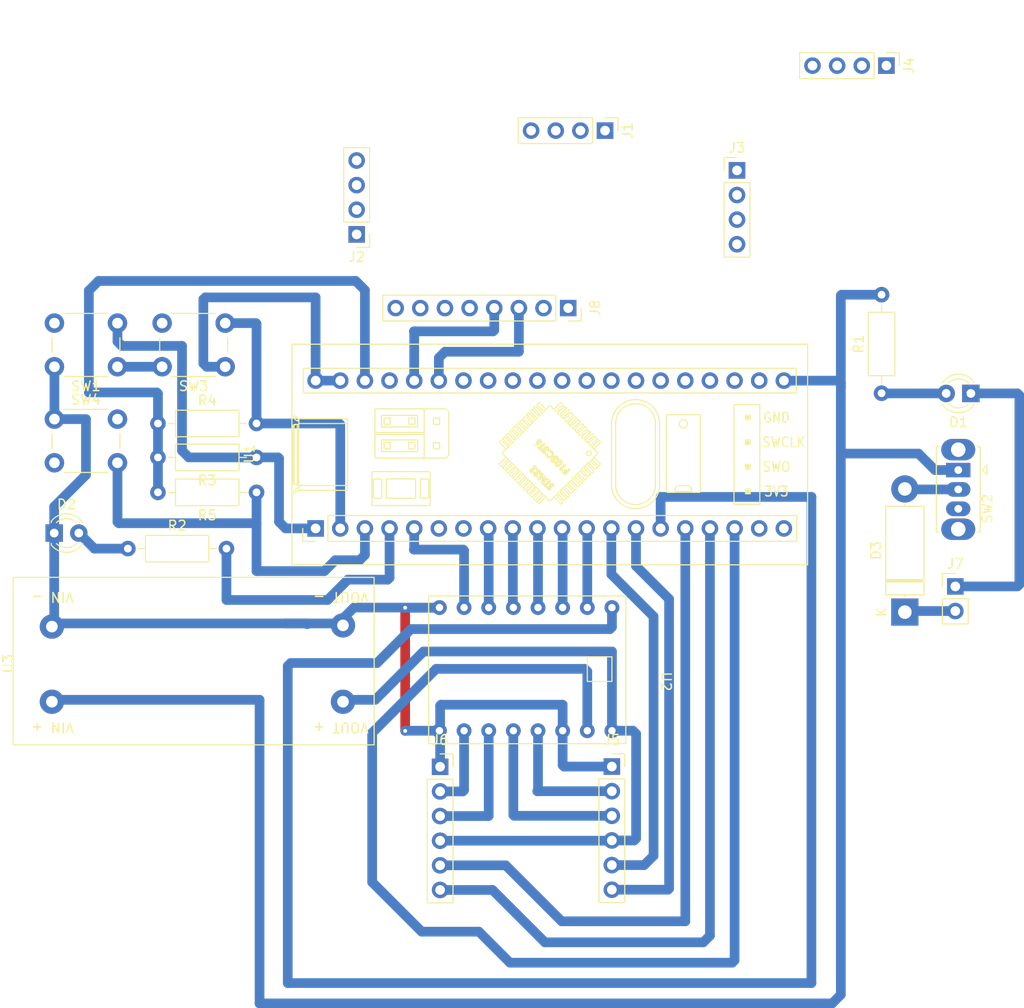
<source format=kicad_pcb>
(kicad_pcb (version 20211014) (generator pcbnew)
  (layers (0 "F.Cu" signal) (31 "B.Cu" signal) (34 "B.Paste" user) (35 "F.Paste" user) (36 "B.SilkS" user "B.Silkscreen") (37 "F.SilkS" user "F.Silkscreen") (38 "B.Mask" user) (39 "F.Mask" user) (44 "Edge.Cuts" user))
  (net 0 "")
  (net 1 "GND")
  (net 2 "/BTN1")
  (net 3 "/BTN2")
  (net 4 "/3.3v")
  (net 5 "/BTN3")
  (net 7 "/Led")
  (net 8 "/SDA")
  (net 9 "/PWMA")
  (net 10 "/SCL")
  (net 15 "/AIN2")
  (net 17 "/AIN1")
  (net 19 "/STBY")
  (net 21 "/BIN1")
  (net 23 "/BIN2")
  (net 24 "/CNY70")
  (net 25 "/MA1")
  (net 26 "/SHARP_I")
  (net 27 "/MA2")
  (net 28 "/SHARP_C")
  (net 29 "/MB1")
  (net 30 "/SHARP_D")
  (net 31 "/MB2")
  (net 34 "/5v")
  (net 36 "/VIn")
  (net 37 "Net-(D1-Pad2)")
  (net 38 "Net-(D2-Pad2)")
  (net 39 "Net-(D3-Pad1)")
  (net 40 "Net-(D3-Pad2)")
  (net 45 "/AO1")
  (net 46 "/AO2")
  (net 47 "/VOut")
  (net 48 "/BO1")
  (net 49 "/BO2")
  (net 55 "/PWMB")
  (footprint "Resistor_THT:R_Axial_DIN0207_L6.3mm_D2.5mm_P10.16mm_Horizontal" (layer "F.Cu") (at 88.18 103.7 180)
    (fp_text reference "R5" (at 5.08 -2.37) (layer "F.SilkS"))
    (fp_text value "R")
    (pad "1" thru_hole circle (at 0 0 180) (size 1.6 1.6) (drill 0.8) (layers *.Cu *.Mask) (net 5 "/BTN3"))
    (pad "2" thru_hole oval (at 10.16 0 180) (size 1.6 1.6) (drill 0.8) (layers *.Cu *.Mask) (net 4 "/3.3v"))
  )
  (footprint "Connector_PinHeader_2.54mm:PinHeader_1x04_P2.54mm_Vertical" (layer "F.Cu") (at 137.7 70.5)
    (fp_text reference "J3" (at 0 -2.33) (layer "F.SilkS"))
    (fp_text value "Conn_01x04_Male")
    (pad "1" thru_hole rect (at 0 0) (size 1.7 1.7) (drill 1) (layers *.Cu *.Mask) (net 4 "/3.3v"))
    (pad "2" thru_hole oval (at 0 2.54) (size 1.7 1.7) (drill 1) (layers *.Cu *.Mask))
    (pad "3" thru_hole oval (at 0 5.08) (size 1.7 1.7) (drill 1) (layers *.Cu *.Mask) (net 1 "GND"))
    (pad "4" thru_hole oval (at 0 7.62) (size 1.7 1.7) (drill 1) (layers *.Cu *.Mask) (net 30 "/SHARP_D"))
  )
  (footprint "Connector_PinHeader_2.54mm:PinHeader_1x04_P2.54mm_Vertical" (layer "F.Cu") (at 98.5 77.1 180)
    (fp_text reference "J2" (at 0 -2.33) (layer "F.SilkS"))
    (fp_text value "Conn_01x04_Male")
    (pad "1" thru_hole rect (at 0 0 180) (size 1.7 1.7) (drill 1) (layers *.Cu *.Mask) (net 4 "/3.3v"))
    (pad "2" thru_hole oval (at 0 2.54 180) (size 1.7 1.7) (drill 1) (layers *.Cu *.Mask))
    (pad "3" thru_hole oval (at 0 5.08 180) (size 1.7 1.7) (drill 1) (layers *.Cu *.Mask) (net 1 "GND"))
    (pad "4" thru_hole oval (at 0 7.62 180) (size 1.7 1.7) (drill 1) (layers *.Cu *.Mask) (net 26 "/SHARP_I"))
  )
  (footprint "Button_Switch_THT:SW_PUSH_6mm" (layer "F.Cu") (at 67.35 96.15)
    (fp_text reference "SW4" (at 3.25 -2) (layer "F.SilkS"))
    (fp_text value "SW_Push")
    (pad "1" thru_hole circle (at 0 0 90) (size 2 2) (drill 1.1) (layers *.Cu *.Mask) (net 1 "GND"))
    (pad "1" thru_hole circle (at 6.5 0 90) (size 2 2) (drill 1.1) (layers *.Cu *.Mask) (net 1 "GND"))
    (pad "2" thru_hole circle (at 6.5 4.5 90) (size 2 2) (drill 1.1) (layers *.Cu *.Mask) (net 5 "/BTN3"))
    (pad "2" thru_hole circle (at 0 4.5 90) (size 2 2) (drill 1.1) (layers *.Cu *.Mask) (net 5 "/BTN3"))
  )
  (footprint "Resistor_THT:R_Axial_DIN0207_L6.3mm_D2.5mm_P10.16mm_Horizontal" (layer "F.Cu") (at 152.6 93.48 90)
    (fp_text reference "R1" (at 5.08 -2.37 90) (layer "F.SilkS"))
    (fp_text value "R")
    (pad "1" thru_hole circle (at 0 0 90) (size 1.6 1.6) (drill 0.8) (layers *.Cu *.Mask) (net 37 "Net-(D1-Pad2)"))
    (pad "2" thru_hole oval (at 10.16 0 90) (size 1.6 1.6) (drill 0.8) (layers *.Cu *.Mask) (net 36 "/VIn"))
  )
  (footprint "Resistor_THT:R_Axial_DIN0207_L6.3mm_D2.5mm_P10.16mm_Horizontal" (layer "F.Cu") (at 74.92 109.5)
    (fp_text reference "R2" (at 5.08 -2.37) (layer "F.SilkS"))
    (fp_text value "R")
    (pad "1" thru_hole circle (at 0 0) (size 1.6 1.6) (drill 0.8) (layers *.Cu *.Mask) (net 38 "Net-(D2-Pad2)"))
    (pad "2" thru_hole oval (at 10.16 0) (size 1.6 1.6) (drill 0.8) (layers *.Cu *.Mask) (net 7 "/Led"))
  )
  (footprint "Button_Switch_THT:SW_PUSH_6mm" (layer "F.Cu") (at 73.85 90.75 180)
    (fp_text reference "SW1" (at 3.25 -2) (layer "F.SilkS"))
    (fp_text value "SW_Push")
    (pad "1" thru_hole circle (at 6.5 0 270) (size 2 2) (drill 1.1) (layers *.Cu *.Mask) (net 1 "GND"))
    (pad "1" thru_hole circle (at 0 0 270) (size 2 2) (drill 1.1) (layers *.Cu *.Mask) (net 1 "GND"))
    (pad "2" thru_hole circle (at 6.5 4.5 270) (size 2 2) (drill 1.1) (layers *.Cu *.Mask) (net 2 "/BTN1"))
    (pad "2" thru_hole circle (at 0 4.5 270) (size 2 2) (drill 1.1) (layers *.Cu *.Mask) (net 2 "/BTN1"))
  )
  (footprint "Diode_THT:D_5W_P12.70mm_Horizontal" (layer "F.Cu") (at 155 116.05 90)
    (fp_text reference "D3" (at 6.35 -2.97 90) (layer "F.SilkS"))
    (fp_text value "DIODE")
    (fp_text user "K" (at 0 -2.4 90) (layer "F.SilkS"))
    (pad "1" thru_hole rect (at 0 0 90) (size 2.8 2.8) (drill 1.4) (layers *.Cu *.Mask) (net 39 "Net-(D3-Pad1)"))
    (pad "2" thru_hole oval (at 12.7 0 90) (size 2.8 2.8) (drill 1.4) (layers *.Cu *.Mask) (net 40 "Net-(D3-Pad2)"))
  )
  (footprint "Connector_PinHeader_2.54mm:PinHeader_1x04_P2.54mm_Vertical" (layer "F.Cu") (at 153.1 59.7 -90)
    (fp_text reference "J4" (at 0 -2.33 90) (layer "F.SilkS"))
    (fp_text value "Conn_01x04_Male")
    (pad "1" thru_hole rect (at 0 0 270) (size 1.7 1.7) (drill 1) (layers *.Cu *.Mask) (net 4 "/3.3v"))
    (pad "2" thru_hole oval (at 0 2.54 270) (size 1.7 1.7) (drill 1) (layers *.Cu *.Mask))
    (pad "3" thru_hole oval (at 0 5.08 270) (size 1.7 1.7) (drill 1) (layers *.Cu *.Mask) (net 1 "GND"))
    (pad "4" thru_hole oval (at 0 7.62 270) (size 1.7 1.7) (drill 1) (layers *.Cu *.Mask) (net 24 "/CNY70"))
  )
  (footprint "Resistor_THT:R_Axial_DIN0207_L6.3mm_D2.5mm_P10.16mm_Horizontal" (layer "F.Cu") (at 88.18 100.1 180)
    (fp_text reference "R3" (at 5.08 -2.37) (layer "F.SilkS"))
    (fp_text value "R")
    (pad "1" thru_hole circle (at 0 0 180) (size 1.6 1.6) (drill 0.8) (layers *.Cu *.Mask) (net 2 "/BTN1"))
    (pad "2" thru_hole oval (at 10.16 0 180) (size 1.6 1.6) (drill 0.8) (layers *.Cu *.Mask) (net 4 "/3.3v"))
  )
  (footprint "LED_THT:LED_D3.0mm" (layer "F.Cu") (at 161.8 93.5 180)
    (fp_text reference "D1" (at 1.27 -2.96) (layer "F.SilkS"))
    (fp_text value "LED")
    (pad "1" thru_hole rect (at 0 0 180) (size 1.8 1.8) (drill 0.9) (layers *.Cu *.Mask) (net 1 "GND"))
    (pad "2" thru_hole circle (at 2.54 0 180) (size 1.8 1.8) (drill 0.9) (layers *.Cu *.Mask) (net 37 "Net-(D1-Pad2)"))
  )
  (footprint "LED_THT:LED_D3.0mm" (layer "F.Cu") (at 67.325 107.9)
    (fp_text reference "D2" (at 1.27 -2.96) (layer "F.SilkS"))
    (fp_text value "LED")
    (pad "1" thru_hole rect (at 0 0) (size 1.8 1.8) (drill 0.9) (layers *.Cu *.Mask) (net 1 "GND"))
    (pad "2" thru_hole circle (at 2.54 0) (size 1.8 1.8) (drill 0.9) (layers *.Cu *.Mask) (net 38 "Net-(D2-Pad2)"))
  )
  (footprint "Connector_PinSocket_2.54mm:PinSocket_1x06_P2.54mm_Vertical" (layer "F.Cu") (at 124.8 131.975)
    (fp_text reference "J5" (at 0 -2.77) (layer "F.SilkS"))
    (fp_text value "Conn_01x06_Female")
    (pad "1" thru_hole rect (at 0 0) (size 1.7 1.7) (drill 1) (layers *.Cu *.Mask) (net 1 "GND"))
    (pad "2" thru_hole oval (at 0 2.54) (size 1.7 1.7) (drill 1) (layers *.Cu *.Mask) (net 45 "/AO1"))
    (pad "3" thru_hole oval (at 0 5.08) (size 1.7 1.7) (drill 1) (layers *.Cu *.Mask) (net 46 "/AO2"))
    (pad "4" thru_hole oval (at 0 7.62) (size 1.7 1.7) (drill 1) (layers *.Cu *.Mask) (net 47 "/VOut"))
    (pad "5" thru_hole oval (at 0 10.16) (size 1.7 1.7) (drill 1) (layers *.Cu *.Mask) (net 25 "/MA1"))
    (pad "6" thru_hole oval (at 0 12.7) (size 1.7 1.7) (drill 1) (layers *.Cu *.Mask) (net 27 "/MA2"))
  )
  (footprint "Resistor_THT:R_Axial_DIN0207_L6.3mm_D2.5mm_P10.16mm_Horizontal" (layer "F.Cu") (at 78.02 96.6)
    (fp_text reference "R4" (at 5.08 -2.37) (layer "F.SilkS"))
    (fp_text value "R")
    (pad "1" thru_hole circle (at 0 0) (size 1.6 1.6) (drill 0.8) (layers *.Cu *.Mask) (net 4 "/3.3v"))
    (pad "2" thru_hole oval (at 10.16 0) (size 1.6 1.6) (drill 0.8) (layers *.Cu *.Mask) (net 3 "/BTN2"))
  )
  (footprint "Button_Switch_THT:SW_PUSH_6mm" (layer "F.Cu") (at 84.95 90.75 180)
    (fp_text reference "SW3" (at 3.25 -2) (layer "F.SilkS"))
    (fp_text value "SW_Push")
    (pad "1" thru_hole circle (at 0 0 270) (size 2 2) (drill 1.1) (layers *.Cu *.Mask) (net 1 "GND"))
    (pad "1" thru_hole circle (at 6.5 0 270) (size 2 2) (drill 1.1) (layers *.Cu *.Mask) (net 1 "GND"))
    (pad "2" thru_hole circle (at 6.5 4.5 270) (size 2 2) (drill 1.1) (layers *.Cu *.Mask) (net 3 "/BTN2"))
    (pad "2" thru_hole circle (at 0 4.5 270) (size 2 2) (drill 1.1) (layers *.Cu *.Mask) (net 3 "/BTN2"))
  )
  (footprint "Connector_PinHeader_2.54mm:PinHeader_1x04_P2.54mm_Vertical" (layer "F.Cu") (at 124.1 66.4 -90)
    (fp_text reference "J1" (at 0 -2.33 90) (layer "F.SilkS"))
    (fp_text value "Conn_01x04_Male")
    (pad "1" thru_hole rect (at 0 0 270) (size 1.7 1.7) (drill 1) (layers *.Cu *.Mask) (net 4 "/3.3v"))
    (pad "2" thru_hole oval (at 0 2.54 270) (size 1.7 1.7) (drill 1) (layers *.Cu *.Mask))
    (pad "3" thru_hole oval (at 0 5.08 270) (size 1.7 1.7) (drill 1) (layers *.Cu *.Mask) (net 1 "GND"))
    (pad "4" thru_hole oval (at 0 7.62 270) (size 1.7 1.7) (drill 1) (layers *.Cu *.Mask) (net 28 "/SHARP_C"))
  )
  (footprint "Footprints:YAAJ_BluePill_1" (layer "F.Cu") (at 94.27 107.42 90)
    (fp_text reference "U1" (at 7.72 -6.81 90) (layer "F.SilkS"))
    (fp_text value "YAAJ_BluePill_Part_Like_SWD_Breakout" hide)
    (fp_text user "SWCLK" (at 8.89 48.26 unlocked) (layer "F.SilkS") (effects (font (size 1 0.9))))
    (fp_text user "SWO" (at 6.35 47.498 unlocked) (layer "F.SilkS") (effects (font (size 1 0.9))))
    (fp_text user "GND" (at 11.43 47.498 unlocked) (layer "F.SilkS") (effects (font (size 1 0.9))))
    (fp_text user "3V3" (at 3.81 47.498 unlocked) (layer "F.SilkS") (effects (font (size 1 0.9))))
    (pad "1" thru_hole rect locked (at 0 0 90) (size 1.7 1.7) (drill 1) (layers *.Cu *.Mask) (net 2 "/BTN1"))
    (pad "2" thru_hole circle locked (at 0 2.54 90) (size 1.7 1.7) (drill 1) (layers *.Cu *.Mask) (net 3 "/BTN2"))
    (pad "3" thru_hole circle locked (at 0 5.08 90) (size 1.7 1.7) (drill 1) (layers *.Cu *.Mask) (net 5 "/BTN3"))
    (pad "4" thru_hole circle locked (at 0 7.62 90) (size 1.7 1.7) (drill 1) (layers *.Cu *.Mask) (net 7 "/Led"))
    (pad "5" thru_hole circle locked (at 0 10.16 90) (size 1.7 1.7) (drill 1) (layers *.Cu *.Mask) (net 55 "/PWMB"))
    (pad "6" thru_hole circle locked (at 0 12.7 90) (size 1.7 1.7) (drill 1) (layers *.Cu *.Mask))
    (pad "7" thru_hole circle locked (at 0 15.24 90) (size 1.7 1.7) (drill 1) (layers *.Cu *.Mask))
    (pad "8" thru_hole circle locked (at 0 17.78 90) (size 1.7 1.7) (drill 1) (layers *.Cu *.Mask) (net 23 "/BIN2"))
    (pad "9" thru_hole circle locked (at 0 20.32 90) (size 1.7 1.7) (drill 1) (layers *.Cu *.Mask) (net 21 "/BIN1"))
    (pad "10" thru_hole circle locked (at 0 22.86 90) (size 1.7 1.7) (drill 1) (layers *.Cu *.Mask) (net 19 "/STBY"))
    (pad "11" thru_hole circle locked (at 0 25.4 90) (size 1.7 1.7) (drill 1) (layers *.Cu *.Mask) (net 17 "/AIN1"))
    (pad "12" thru_hole circle locked (at 0 27.94 90) (size 1.7 1.7) (drill 1) (layers *.Cu *.Mask) (net 15 "/AIN2"))
    (pad "13" thru_hole circle locked (at 0 30.48 90) (size 1.7 1.7) (drill 1) (layers *.Cu *.Mask) (net 25 "/MA1"))
    (pad "14" thru_hole circle locked (at 0 33.02 90) (size 1.7 1.7) (drill 1) (layers *.Cu *.Mask) (net 27 "/MA2"))
    (pad "15" thru_hole circle locked (at 0 35.56 90) (size 1.7 1.7) (drill 1) (layers *.Cu *.Mask) (net 9 "/PWMA"))
    (pad "16" thru_hole circle locked (at 0 38.1 90) (size 1.7 1.7) (drill 1) (layers *.Cu *.Mask) (net 29 "/MB1"))
    (pad "17" thru_hole circle locked (at 0 40.64 90) (size 1.7 1.7) (drill 1) (layers *.Cu *.Mask) (net 31 "/MB2"))
    (pad "18" thru_hole circle locked (at 0 43.18 90) (size 1.7 1.7) (drill 1) (layers *.Cu *.Mask) (net 34 "/5v"))
    (pad "19" thru_hole circle locked (at 0 45.72 90) (size 1.7 1.7) (drill 1) (layers *.Cu *.Mask) (net 1 "GND"))
    (pad "20" thru_hole circle locked (at 0 48.26 90) (size 1.7 1.7) (drill 1) (layers *.Cu *.Mask) (net 4 "/3.3v"))
    (pad "21" thru_hole circle locked (at 15.24 48.26 90) (size 1.7 1.7) (drill 1) (layers *.Cu *.Mask) (net 36 "/VIn"))
    (pad "22" thru_hole circle locked (at 15.24 45.72 90) (size 1.7 1.7) (drill 1) (layers *.Cu *.Mask))
    (pad "23" thru_hole circle locked (at 15.24 43.18 90) (size 1.7 1.7) (drill 1) (layers *.Cu *.Mask))
    (pad "24" thru_hole circle locked (at 15.24 40.64 90) (size 1.7 1.7) (drill 1) (layers *.Cu *.Mask))
    (pad "25" thru_hole circle locked (at 15.24 38.1 90) (size 1.7 1.7) (drill 1) (layers *.Cu *.Mask) (net 30 "/SHARP_D"))
    (pad "26" thru_hole circle locked (at 15.24 35.56 90) (size 1.7 1.7) (drill 1) (layers *.Cu *.Mask) (net 28 "/SHARP_C"))
    (pad "27" thru_hole circle locked (at 15.24 33.02 90) (size 1.7 1.7) (drill 1) (layers *.Cu *.Mask) (net 26 "/SHARP_I"))
    (pad "28" thru_hole circle locked (at 15.24 30.48 90) (size 1.7 1.7) (drill 1) (layers *.Cu *.Mask) (net 24 "/CNY70"))
    (pad "29" thru_hole circle locked (at 15.24 27.94 90) (size 1.7 1.7) (drill 1) (layers *.Cu *.Mask))
    (pad "30" thru_hole circle locked (at 15.24 25.4 90) (size 1.7 1.7) (drill 1) (layers *.Cu *.Mask))
    (pad "31" thru_hole circle locked (at 15.24 22.86 90) (size 1.7 1.7) (drill 1) (layers *.Cu *.Mask))
    (pad "32" thru_hole circle locked (at 15.24 20.32 90) (size 1.7 1.7) (drill 1) (layers *.Cu *.Mask))
    (pad "33" thru_hole circle locked (at 15.24 17.78 90) (size 1.7 1.7) (drill 1) (layers *.Cu *.Mask))
    (pad "34" thru_hole circle locked (at 15.24 15.24 90) (size 1.7 1.7) (drill 1) (layers *.Cu *.Mask))
    (pad "35" thru_hole circle locked (at 15.24 12.7 90) (size 1.7 1.7) (drill 1) (layers *.Cu *.Mask) (net 10 "/SCL"))
    (pad "36" thru_hole circle locked (at 15.24 10.16 90) (size 1.7 1.7) (drill 1) (layers *.Cu *.Mask) (net 8 "/SDA"))
    (pad "37" thru_hole circle locked (at 15.24 7.62 90) (size 1.7 1.7) (drill 1) (layers *.Cu *.Mask))
    (pad "38" thru_hole circle locked (at 15.24 5.08 90) (size 1.7 1.7) (drill 1) (layers *.Cu *.Mask) (net 4 "/3.3v"))
    (pad "39" thru_hole circle locked (at 15.24 2.54 90) (size 1.7 1.7) (drill 1) (layers *.Cu *.Mask) (net 1 "GND"))
    (pad "40" thru_hole circle locked (at 15.24 0 90) (size 1.7 1.7) (drill 1) (layers *.Cu *.Mask) (net 1 "GND"))
  )
  (footprint "Connector_PinSocket_2.54mm:PinSocket_1x06_P2.54mm_Vertical" (layer "F.Cu") (at 107.1 132)
    (fp_text reference "J6" (at 0 -2.77) (layer "F.SilkS"))
    (fp_text value "Conn_01x06_Female")
    (pad "1" thru_hole rect (at 0 0) (size 1.7 1.7) (drill 1) (layers *.Cu *.Mask) (net 1 "GND"))
    (pad "2" thru_hole oval (at 0 2.54) (size 1.7 1.7) (drill 1) (layers *.Cu *.Mask) (net 48 "/BO1"))
    (pad "3" thru_hole oval (at 0 5.08) (size 1.7 1.7) (drill 1) (layers *.Cu *.Mask) (net 49 "/BO2"))
    (pad "4" thru_hole oval (at 0 7.62) (size 1.7 1.7) (drill 1) (layers *.Cu *.Mask) (net 47 "/VOut"))
    (pad "5" thru_hole oval (at 0 10.16) (size 1.7 1.7) (drill 1) (layers *.Cu *.Mask) (net 29 "/MB1"))
    (pad "6" thru_hole oval (at 0 12.7) (size 1.7 1.7) (drill 1) (layers *.Cu *.Mask) (net 31 "/MB2"))
  )
  (footprint "propios:MT3608" (layer "F.Cu") (at 63.0895 121.354 90)
    (fp_text reference "U3" (at 0 -0.5 90 unlocked) (layer "F.SilkS"))
    (fp_text value "Mt3608")
    (fp_text user "VIN +" (at -6.604 4.064 180 unlocked) (layer "F.SilkS"))
    (fp_text user "VOUT +" (at -6.604 33.782 180 unlocked) (layer "F.SilkS"))
    (fp_text user "VOUT -" (at 6.858 33.782 180 unlocked) (layer "F.SilkS"))
    (fp_text user "VIN -" (at 6.858 4.064 180 unlocked) (layer "F.SilkS"))
    (pad "1" thru_hole circle (at -3.937085 4 90) (size 2.5 2.5) (drill 1.2) (layers *.Cu *.Mask) (net 36 "/VIn"))
    (pad "2" thru_hole circle (at -3.937085 34 90) (size 2.5 2.5) (drill 1.2) (layers *.Cu *.Mask) (net 47 "/VOut"))
    (pad "3" thru_hole circle (at 3.81 4 90) (size 2.5 2.5) (drill 1.2) (layers *.Cu *.Mask) (net 1 "GND"))
    (pad "4" thru_hole circle (at 3.937085 34 90) (size 2.5 2.5) (drill 1.2) (layers *.Cu *.Mask) (net 1 "GND"))
  )
  (footprint "Connector_PinSocket_2.54mm:PinSocket_1x08_P2.54mm_Vertical" (layer "F.Cu") (at 120.3 84.7 -90)
    (fp_text reference "J8" (at 0 -2.77 90) (layer "F.SilkS"))
    (fp_text value "Conn_01x08_Female")
    (pad "1" thru_hole rect (at 0 0 270) (size 1.7 1.7) (drill 1) (layers *.Cu *.Mask) (net 4 "/3.3v"))
    (pad "2" thru_hole oval (at 0 2.54 270) (size 1.7 1.7) (drill 1) (layers *.Cu *.Mask) (net 1 "GND"))
    (pad "3" thru_hole oval (at 0 5.08 270) (size 1.7 1.7) (drill 1) (layers *.Cu *.Mask) (net 10 "/SCL"))
    (pad "4" thru_hole oval (at 0 7.62 270) (size 1.7 1.7) (drill 1) (layers *.Cu *.Mask) (net 8 "/SDA"))
    (pad "5" thru_hole oval (at 0 10.16 270) (size 1.7 1.7) (drill 1) (layers *.Cu *.Mask))
    (pad "6" thru_hole oval (at 0 12.7 270) (size 1.7 1.7) (drill 1) (layers *.Cu *.Mask))
    (pad "7" thru_hole oval (at 0 15.24 270) (size 1.7 1.7) (drill 1) (layers *.Cu *.Mask))
    (pad "8" thru_hole oval (at 0 17.78 270) (size 1.7 1.7) (drill 1) (layers *.Cu *.Mask))
  )
  (footprint "Button_Switch_THT:SW_Slide_1P2T_CK_OS102011MS2Q" (layer "F.Cu") (at 160.5025 101.4 -90)
    (fp_text reference "SW2" (at 3.99 -2.99 90) (layer "F.SilkS"))
    (fp_text value "SW_DPDT_x2")
    (pad "" thru_hole oval (at -2.1 0 270) (size 2.2 3.5) (drill 1.5) (layers *.Cu *.Mask))
    (pad "" thru_hole oval (at 6.1 0 270) (size 2.2 3.5) (drill 1.5) (layers *.Cu *.Mask))
    (pad "1" thru_hole rect (at 0 0 270) (size 1.5 2.5) (drill 0.8) (layers *.Cu *.Mask) (net 36 "/VIn"))
    (pad "2" thru_hole oval (at 2 0 270) (size 1.5 2.5) (drill 0.8) (layers *.Cu *.Mask) (net 40 "Net-(D3-Pad2)"))
    (pad "3" thru_hole oval (at 4 0 270) (size 1.5 2.5) (drill 0.8) (layers *.Cu *.Mask))
  )
  (footprint "Connector_PinHeader_2.54mm:PinHeader_1x02_P2.54mm_Vertical" (layer "F.Cu") (at 160.2 113.4)
    (fp_text reference "J7" (at 0 -2.33) (layer "F.SilkS"))
    (fp_text value "Conn_01x02_Male")
    (pad "1" thru_hole rect (at 0 0) (size 1.7 1.7) (drill 1) (layers *.Cu *.Mask) (net 1 "GND"))
    (pad "2" thru_hole oval (at 0 2.54) (size 1.7 1.7) (drill 1) (layers *.Cu *.Mask) (net 39 "Net-(D3-Pad1)"))
  )
  (footprint "propios:tb6612fng" (layer "F.Cu") (at 129.89 123.2 -90)
    (fp_text reference "U2" (at 0 -0.5 -90 unlocked) (layer "F.SilkS"))
    (fp_text value "tb6612fng")
    (pad "1" thru_hole circle (at -7.62 5.08 270) (size 1.524 1.524) (drill 0.762) (layers *.Cu *.Mask) (net 9 "/PWMA"))
    (pad "2" thru_hole circle (at -7.62 7.62 270) (size 1.524 1.524) (drill 0.762) (layers *.Cu *.Mask) (net 15 "/AIN2"))
    (pad "3" thru_hole circle (at -7.62 10.16 270) (size 1.524 1.524) (drill 0.762) (layers *.Cu *.Mask) (net 17 "/AIN1"))
    (pad "4" thru_hole circle (at -7.62 12.7 270) (size 1.524 1.524) (drill 0.762) (layers *.Cu *.Mask) (net 19 "/STBY"))
    (pad "5" thru_hole circle (at -7.62 15.24 270) (size 1.524 1.524) (drill 0.762) (layers *.Cu *.Mask) (net 21 "/BIN1"))
    (pad "6" thru_hole circle (at -7.62 17.78 270) (size 1.524 1.524) (drill 0.762) (layers *.Cu *.Mask) (net 23 "/BIN2"))
    (pad "7" thru_hole circle (at -7.62 20.32 270) (size 1.524 1.524) (drill 0.762) (layers *.Cu *.Mask) (net 55 "/PWMB"))
    (pad "8" thru_hole circle (at -7.62 22.86 270) (size 1.524 1.524) (drill 0.762) (layers *.Cu *.Mask) (net 1 "GND"))
    (pad "9" thru_hole circle (at 5.08 22.86 270) (size 1.524 1.524) (drill 0.762) (layers *.Cu *.Mask) (net 1 "GND"))
    (pad "10" thru_hole circle (at 5.08 20.32 270) (size 1.524 1.524) (drill 0.762) (layers *.Cu *.Mask) (net 48 "/BO1"))
    (pad "11" thru_hole circle (at 5.08 17.78 270) (size 1.524 1.524) (drill 0.762) (layers *.Cu *.Mask) (net 49 "/BO2"))
    (pad "12" thru_hole circle (at 5.08 15.24 270) (size 1.524 1.524) (drill 0.762) (layers *.Cu *.Mask) (net 46 "/AO2"))
    (pad "13" thru_hole circle (at 5.08 12.7 270) (size 1.524 1.524) (drill 0.762) (layers *.Cu *.Mask) (net 45 "/AO1"))
    (pad "14" thru_hole circle (at 5.08 10.16 270) (size 1.524 1.524) (drill 0.762) (layers *.Cu *.Mask) (net 1 "GND"))
    (pad "15" thru_hole circle (at 5.08 7.62 270) (size 1.524 1.524) (drill 0.762) (layers *.Cu *.Mask) (net 34 "/5v"))
    (pad "16" thru_hole circle (at 5.08 5.08 270) (size 1.524 1.524) (drill 0.762) (layers *.Cu *.Mask) (net 47 "/VOut"))
  )
  (segment (start 103.5 128.3) (end 103.5 115.6) (width 1) (layer "F.Cu") (net 1))
  (via (at 103.5 128.3) (size 0.8) (drill 0.4) (layers "F.Cu" "B.Cu") (net 1))
  (via (at 103.5 115.6) (size 0.8) (drill 0.4) (layers "F.Cu" "B.Cu") (net 1))
  (segment (start 107.03 128.28) (end 103.52 128.28) (width 1) (layer "B.Cu") (net 1))
  (segment (start 70.6 101.9) (end 70.6 96.15) (width 1) (layer "B.Cu") (net 1))
  (segment (start 91.116915 117.216915) (end 93.316915 117.216915) (width 1) (layer "B.Cu") (net 1))
  (segment (start 67.325 107.9) (end 67.325 105.175) (width 1) (layer "B.Cu") (net 1))
  (segment (start 94.27 83.6) (end 94.27 92.18) (width 1) (layer "B.Cu") (net 1))
  (segment (start 73.85 90.75) (end 78.45 90.75) (width 1) (layer "B.Cu") (net 1))
  (segment (start 103.5 115.6) (end 107.01 115.6) (width 1) (layer "B.Cu") (net 1))
  (segment (start 67.325 117.3085) (end 67.0895 117.544) (width 1) (layer "B.Cu") (net 1))
  (segment (start 124.8 131.975) (end 119.875 131.975) (width 1) (layer "B.Cu") (net 1))
  (segment (start 70.6 96.15) (end 67.35 96.15) (width 1) (layer "B.Cu") (net 1))
  (segment (start 166.8 93.7) (end 166.6 93.5) (width 1) (layer "B.Cu") (net 1))
  (segment (start 166.6 113.4) (end 166.8 113.2) (width 1) (layer "B.Cu") (net 1))
  (segment (start 97.0895 117.216915) (end 91.116915 117.216915) (width 1) (layer "B.Cu") (net 1))
  (segment (start 97.0895 116.7105) (end 98.22 115.58) (width 1) (layer "B.Cu") (net 1))
  (segment (start 84.95 90.75) (end 83.05 90.75) (width 1) (layer "B.Cu") (net 1))
  (segment (start 83.05 90.75) (end 82.7 90.4) (width 1) (layer "B.Cu") (net 1))
  (segment (start 166.8 113.2) (end 166.8 93.7) (width 1) (layer "B.Cu") (net 1))
  (segment (start 119.73 131.83) (end 119.73 125.6) (width 1) (layer "B.Cu") (net 1))
  (segment (start 67.216585 117.216915) (end 67.0895 117.344) (width 1) (layer "B.Cu") (net 1))
  (segment (start 97.0895 117.216915) (end 97.0895 116.7105) (width 1) (layer "B.Cu") (net 1))
  (segment (start 119.73 125.6) (end 107.2 125.6) (width 1) (layer "B.Cu") (net 1))
  (segment (start 119.875 131.975) (end 119.73 131.83) (width 1) (layer "B.Cu") (net 1))
  (segment (start 67.35 96.15) (end 67.35 90.75) (width 1) (layer "B.Cu") (net 1))
  (segment (start 107.1 125.7) (end 107.1 132) (width 1) (layer "B.Cu") (net 1))
  (segment (start 103.52 128.28) (end 103.5 128.3) (width 1) (layer "B.Cu") (net 1))
  (segment (start 160.2 113.4) (end 166.6 113.4) (width 1) (layer "B.Cu") (net 1))
  (segment (start 91.116915 117.216915) (end 67.216585 117.216915) (width 1) (layer "B.Cu") (net 1))
  (segment (start 82.7 90.4) (end 82.7 83.8) (width 1) (layer "B.Cu") (net 1))
  (segment (start 67.325 107.9) (end 67.325 117.3085) (width 1) (layer "B.Cu") (net 1))
  (segment (start 107.01 115.6) (end 107.03 115.58) (width 1) (layer "B.Cu") (net 1))
  (segment (start 82.9 83.6) (end 94.27 83.6) (width 1) (layer "B.Cu") (net 1))
  (segment (start 93.316915 117.216915) (end 93.4 117.3) (width 1) (layer "B.Cu") (net 1))
  (segment (start 98.22 115.58) (end 107.03 115.58) (width 1) (layer "B.Cu") (net 1))
  (segment (start 67.325 105.175) (end 70.6 101.9) (width 1) (layer "B.Cu") (net 1))
  (segment (start 166.6 93.5) (end 161.8 93.5) (width 1) (layer "B.Cu") (net 1))
  (segment (start 107.2 125.6) (end 107.1 125.7) (width 1) (layer "B.Cu") (net 1))
  (segment (start 82.7 83.8) (end 82.9 83.6) (width 1) (layer "B.Cu") (net 1))
  (segment (start 96.81 92.18) (end 94.27 92.18) (width 1) (layer "B.Cu") (net 1))
  (segment (start 91.18 107.42) (end 90.5 106.74) (width 1) (layer "B.Cu") (net 2))
  (segment (start 80.5 99.4) (end 80.5 88.6) (width 1) (layer "B.Cu") (net 2))
  (segment (start 90.5 100.2) (end 90.4 100.1) (width 1) (layer "B.Cu") (net 2))
  (segment (start 73.85 88.15) (end 73.85 86.25) (width 1) (layer "B.Cu") (net 2))
  (segment (start 90.4 100.1) (end 88.18 100.1) (width 1) (layer "B.Cu") (net 2))
  (segment (start 74.3 88.6) (end 73.85 88.15) (width 1) (layer "B.Cu") (net 2))
  (segment (start 80.5 88.6) (end 74.3 88.6) (width 1) (layer "B.Cu") (net 2))
  (segment (start 94.27 107.42) (end 91.18 107.42) (width 1) (layer "B.Cu") (net 2))
  (segment (start 88.18 100.1) (end 81.2 100.1) (width 1) (layer "B.Cu") (net 2))
  (segment (start 81.2 100.1) (end 80.5 99.4) (width 1) (layer "B.Cu") (net 2))
  (segment (start 90.5 106.74) (end 90.5 100.2) (width 1) (layer "B.Cu") (net 2))
  (segment (start 88.18 86.32) (end 88.11 86.25) (width 1) (layer "B.Cu") (net 3))
  (segment (start 88.11 86.25) (end 84.95 86.25) (width 1) (layer "B.Cu") (net 3))
  (segment (start 96.81 96.71) (end 96.7 96.6) (width 1) (layer "B.Cu") (net 3))
  (segment (start 96.81 107.42) (end 96.81 96.71) (width 1) (layer "B.Cu") (net 3))
  (segment (start 88.18 96.6) (end 88.18 86.32) (width 1) (layer "B.Cu") (net 3))
  (segment (start 96.7 96.6) (end 88.18 96.6) (width 1) (layer "B.Cu") (net 3))
  (segment (start 70.9 93.4) (end 70.9 82.9) (width 1) (layer "B.Cu") (net 4))
  (segment (start 71.9 81.9) (end 98.4 81.9) (width 1) (layer "B.Cu") (net 4))
  (segment (start 78.02 103.7) (end 78.02 96.6) (width 1) (layer "B.Cu") (net 4))
  (segment (start 78.02 93.52) (end 77.9 93.4) (width 1) (layer "B.Cu") (net 4))
  (segment (start 78.02 96.6) (end 78.02 93.52) (width 1) (layer "B.Cu") (net 4))
  (segment (start 98.4 81.9) (end 99.35 82.85) (width 1) (layer "B.Cu") (net 4))
  (segment (start 99.35 82.85) (end 99.35 92.18) (width 1) (layer "B.Cu") (net 4))
  (segment (start 77.9 93.4) (end 70.9 93.4) (width 1) (layer "B.Cu") (net 4))
  (segment (start 70.9 82.9) (end 71.9 81.9) (width 1) (layer "B.Cu") (net 4))
  (segment (start 95.18 111.82) (end 96.3 110.7) (width 1) (layer "B.Cu") (net 5))
  (segment (start 99.35 110.15) (end 98.8 110.7) (width 1) (layer "B.Cu") (net 5))
  (segment (start 73.98 106.88) (end 88.18 106.88) (width 1) (layer "B.Cu") (net 5))
  (segment (start 99.35 107.42) (end 99.35 110.15) (width 1) (layer "B.Cu") (net 5))
  (segment (start 73.85 100.65) (end 73.85 106.75) (width 1) (layer "B.Cu") (net 5))
  (segment (start 88.18 106.88) (end 88.18 111.82) (width 1) (layer "B.Cu") (net 5))
  (segment (start 98.8 110.7) (end 96.3 110.7) (width 1) (layer "B.Cu") (net 5))
  (segment (start 88.18 111.82) (end 95.18 111.82) (width 1) (layer "B.Cu") (net 5))
  (segment (start 88.18 103.7) (end 88.18 106.88) (width 1) (layer "B.Cu") (net 5))
  (segment (start 73.85 106.75) (end 73.98 106.88) (width 1) (layer "B.Cu") (net 5))
  (segment (start 95.5 114.8) (end 97.6 112.7) (width 1) (layer "B.Cu") (net 7))
  (segment (start 101.7 112.7) (end 101.89 112.51) (width 1) (layer "B.Cu") (net 7))
  (segment (start 85.1 114.8) (end 95.5 114.8) (width 1) (layer "B.Cu") (net 7))
  (segment (start 85.08 109.5) (end 85.08 114.78) (width 1) (layer "B.Cu") (net 7))
  (segment (start 97.6 112.7) (end 101.7 112.7) (width 1) (layer "B.Cu") (net 7))
  (segment (start 101.89 112.51) (end 101.89 107.42) (width 1) (layer "B.Cu") (net 7))
  (segment (start 85.08 114.78) (end 85.1 114.8) (width 1) (layer "B.Cu") (net 7))
  (segment (start 112.68 84.7) (end 112.68 86.98) (width 1) (layer "B.Cu") (net 8))
  (segment (start 112.56 87.1) (end 104.4 87.1) (width 1) (layer "B.Cu") (net 8))
  (segment (start 104.43 92.18) (end 104.43 87.13) (width 1) (layer "B.Cu") (net 8))
  (segment (start 112.68 86.98) (end 112.56 87.1) (width 1) (layer "B.Cu") (net 8))
  (segment (start 104.43 87.13) (end 104.4 87.1) (width 1) (layer "B.Cu") (net 8))
  (segment (start 91.4 121.6) (end 91.7 121.3) (width 1) (layer "B.Cu") (net 9))
  (segment (start 100.6 121.3) (end 104.1 117.8) (width 1) (layer "B.Cu") (net 9))
  (segment (start 129.83 104.17) (end 145.37 104.17) (width 1) (layer "B.Cu") (net 9))
  (segment (start 124.6 117.8) (end 124.81 117.59) (width 1) (layer "B.Cu") (net 9))
  (segment (start 91.7 121.3) (end 100.6 121.3) (width 1) (layer "B.Cu") (net 9))
  (segment (start 145.37 154.3) (end 91.4 154.3) (width 1) (layer "B.Cu") (net 9))
  (segment (start 91.4 154.3) (end 91.4 121.6) (width 1) (layer "B.Cu") (net 9))
  (segment (start 145.37 104.17) (end 145.37 154.3) (width 1) (layer "B.Cu") (net 9))
  (segment (start 129.83 107.42) (end 129.83 104.17) (width 1) (layer "B.Cu") (net 9))
  (segment (start 124.81 117.59) (end 124.81 115.58) (width 1) (layer "B.Cu") (net 9))
  (segment (start 104.1 117.8) (end 124.6 117.8) (width 1) (layer "B.Cu") (net 9))
  (segment (start 106.97 92.18) (end 106.97 89.83) (width 1) (layer "B.Cu") (net 10))
  (segment (start 115.22 89.18) (end 115.2 89.2) (width 1) (layer "B.Cu") (net 10))
  (segment (start 115.22 84.7) (end 115.22 89.18) (width 1) (layer "B.Cu") (net 10))
  (segment (start 107.6 89.2) (end 115.2 89.2) (width 1) (layer "B.Cu") (net 10))
  (segment (start 106.97 89.83) (end 107.6 89.2) (width 1) (layer "B.Cu") (net 10))
  (segment (start 122.27 115.58) (end 122.27 107.48) (width 1) (layer "B.Cu") (net 15))
  (segment (start 122.27 107.48) (end 122.21 107.42) (width 1) (layer "B.Cu") (net 15))
  (segment (start 119.73 107.48) (end 119.67 107.42) (width 1) (layer "B.Cu") (net 17))
  (segment (start 119.73 115.58) (end 119.73 107.48) (width 1) (layer "B.Cu") (net 17))
  (segment (start 117.19 115.58) (end 117.19 107.48) (width 1) (layer "B.Cu") (net 19))
  (segment (start 117.19 107.48) (end 117.13 107.42) (width 1) (layer "B.Cu") (net 19))
  (segment (start 114.6 107.43) (end 114.6 115.53) (width 1) (layer "B.Cu") (net 21))
  (segment (start 114.59 107.42) (end 114.6 107.43) (width 1) (layer "B.Cu") (net 21))
  (segment (start 114.6 115.53) (end 114.65 115.58) (width 1) (layer "B.Cu") (net 21))
  (segment (start 112.11 107.48) (end 112.05 107.42) (width 1) (layer "B.Cu") (net 23))
  (segment (start 112.11 115.58) (end 112.11 107.48) (width 1) (layer "B.Cu") (net 23))
  (segment (start 129.1 141.17) (end 129.1 116.5) (width 1) (layer "B.Cu") (net 25))
  (segment (start 128.135 142.135) (end 129.1 141.17) (width 1) (layer "B.Cu") (net 25))
  (segment (start 129.1 116.5) (end 124.75 112.15) (width 1) (layer "B.Cu") (net 25))
  (segment (start 124.8 142.135) (end 128.135 142.135) (width 1) (layer "B.Cu") (net 25))
  (segment (start 124.75 112.15) (end 124.75 107.42) (width 1) (layer "B.Cu") (net 25))
  (segment (start 130.575 144.675) (end 130.7 144.55) (width 1) (layer "B.Cu") (net 27))
  (segment (start 130.7 114.7) (end 127.29 111.29) (width 1) (layer "B.Cu") (net 27))
  (segment (start 127.29 111.29) (end 127.29 107.42) (width 1) (layer "B.Cu") (net 27))
  (segment (start 124.8 144.675) (end 130.575 144.675) (width 1) (layer "B.Cu") (net 27))
  (segment (start 130.7 144.55) (end 130.7 114.7) (width 1) (layer "B.Cu") (net 27))
  (segment (start 132.37 147.93) (end 119.63 147.93) (width 1) (layer "B.Cu") (net 29))
  (segment (start 119.63 147.93) (end 113.86 142.16) (width 1) (layer "B.Cu") (net 29))
  (segment (start 132.37 107.42) (end 132.37 147.93) (width 1) (layer "B.Cu") (net 29))
  (segment (start 113.86 142.16) (end 107.1 142.16) (width 1) (layer "B.Cu") (net 29))
  (segment (start 117.9 150.1) (end 112.5 144.7) (width 1) (layer "B.Cu") (net 31))
  (segment (start 134.22 150.1) (end 117.9 150.1) (width 1) (layer "B.Cu") (net 31))
  (segment (start 134.91 149.41) (end 134.22 150.1) (width 1) (layer "B.Cu") (net 31))
  (segment (start 134.91 107.42) (end 134.91 149.41) (width 1) (layer "B.Cu") (net 31))
  (segment (start 112.5 144.7) (end 107.1 144.7) (width 1) (layer "B.Cu") (net 31))
  (segment (start 100.1 128.5) (end 106.7 121.9) (width 1) (layer "B.Cu") (net 34))
  (segment (start 122.27 122.17) (end 122.27 128.28) (width 1) (layer "B.Cu") (net 34))
  (segment (start 137.2 152.2) (end 114.3 152.2) (width 1) (layer "B.Cu") (net 34))
  (segment (start 106.7 121.9) (end 122 121.9) (width 1) (layer "B.Cu") (net 34))
  (segment (start 137.45 107.42) (end 137.45 151.95) (width 1) (layer "B.Cu") (net 34))
  (segment (start 105.2 149) (end 100.1 143.9) (width 1) (layer "B.Cu") (net 34))
  (segment (start 122 121.9) (end 122.27 122.17) (width 1) (layer "B.Cu") (net 34))
  (segment (start 111.1 149) (end 105.2 149) (width 1) (layer "B.Cu") (net 34))
  (segment (start 100.1 143.9) (end 100.1 128.5) (width 1) (layer "B.Cu") (net 34))
  (segment (start 137.45 151.95) (end 137.2 152.2) (width 1) (layer "B.Cu") (net 34))
  (segment (start 114.3 152.2) (end 111.1 149) (width 1) (layer "B.Cu") (net 34))
  (segment (start 148.18 92.18) (end 142.53 92.18) (width 1) (layer "B.Cu") (net 36))
  (segment (start 148.4 92.9) (end 148.4 92.4) (width 1) (layer "B.Cu") (net 36))
  (segment (start 158.1 101.4) (end 156.4 99.7) (width 1) (layer "B.Cu") (net 36))
  (segment (start 147.5 156.4) (end 148.4 155.5) (width 1) (layer "B.Cu") (net 36))
  (segment (start 156.4 99.7) (end 148.4 99.7) (width 1) (layer "B.Cu") (net 36))
  (segment (start 148.4 83.4) (end 148.48 83.32) (width 1) (layer "B.Cu") (net 36))
  (segment (start 88.491085 156.4) (end 147.5 156.4) (width 1) (layer "B.Cu") (net 36))
  (segment (start 148.4 155.5) (end 148.4 99.7) (width 1) (layer "B.Cu") (net 36))
  (segment (start 148.4 92.4) (end 148.18 92.18) (width 1) (layer "B.Cu") (net 36))
  (segment (start 88.491085 125.091085) (end 88.491085 156.4) (width 1) (layer "B.Cu") (net 36))
  (segment (start 67.0895 125.091085) (end 88.491085 125.091085) (width 1) (layer "B.Cu") (net 36))
  (segment (start 160.5025 101.4) (end 158.1 101.4) (width 1) (layer "B.Cu") (net 36))
  (segment (start 148.48 83.32) (end 152.6 83.32) (width 1) (layer "B.Cu") (net 36))
  (segment (start 148.4 99.7) (end 148.4 92.9) (width 1) (layer "B.Cu") (net 36))
  (segment (start 148.4 92.9) (end 148.4 83.4) (width 1) (layer "B.Cu") (net 36))
  (segment (start 152.62 93.5) (end 152.6 93.48) (width 1) (layer "B.Cu") (net 37))
  (segment (start 159.26 93.5) (end 152.62 93.5) (width 1) (layer "B.Cu") (net 37))
  (segment (start 71.465 109.5) (end 69.865 107.9) (width 1) (layer "B.Cu") (net 38))
  (segment (start 74.92 109.5) (end 71.465 109.5) (width 1) (layer "B.Cu") (net 38))
  (segment (start 155.11 115.94) (end 155 116.05) (width 1) (layer "B.Cu") (net 39))
  (segment (start 160.2 115.94) (end 155.11 115.94) (width 1) (layer "B.Cu") (net 39))
  (segment (start 155.05 103.4) (end 155 103.35) (width 1) (layer "B.Cu") (net 40))
  (segment (start 160.5025 103.4) (end 155.05 103.4) (width 1) (layer "B.Cu") (net 40))
  (segment (start 117.19 134.44) (end 117.19 128.28) (width 1) (layer "B.Cu") (net 45))
  (segment (start 117.115 134.515) (end 117.19 134.44) (width 1) (layer "B.Cu") (net 45))
  (segment (start 124.8 134.515) (end 117.115 134.515) (width 1) (layer "B.Cu") (net 45))
  (segment (start 114.65 136.96) (end 114.65 128.28) (width 1) (layer "B.Cu") (net 46))
  (segment (start 124.8 137.055) (end 114.745 137.055) (width 1) (layer "B.Cu") (net 46))
  (segment (start 114.745 137.055) (end 114.65 136.96) (width 1) (layer "B.Cu") (net 46))
  (segment (start 124.775 139.62) (end 124.8 139.595) (width 1) (layer "B.Cu") (net 47))
  (segment (start 127.3 128.6) (end 126.98 128.28) (width 1) (layer "B.Cu") (net 47))
  (segment (start 97.0895 125.091085) (end 100.408915 125.091085) (width 1) (layer "B.Cu") (net 47))
  (segment (start 126.98 128.28) (end 124.81 128.28) (width 1) (layer "B.Cu") (net 47))
  (segment (start 124.8 139.595) (end 127.095 139.595) (width 1) (layer "B.Cu") (net 47))
  (segment (start 124.81 120.11) (end 124.81 128.28) (width 1) (layer "B.Cu") (net 47))
  (segment (start 127.3 139.39) (end 127.3 128.6) (width 1) (layer "B.Cu") (net 47))
  (segment (start 105.39 120.11) (end 124.81 120.11) (width 1) (layer "B.Cu") (net 47))
  (segment (start 107.1 139.62) (end 124.775 139.62) (width 1) (layer "B.Cu") (net 47))
  (segment (start 127.095 139.595) (end 127.3 139.39) (width 1) (layer "B.Cu") (net 47))
  (segment (start 100.408915 125.091085) (end 105.39 120.11) (width 1) (layer "B.Cu") (net 47))
  (segment (start 107.1 134.54) (end 109.44 134.54) (width 1) (layer "B.Cu") (net 48))
  (segment (start 109.57 134.41) (end 109.57 128.28) (width 1) (layer "B.Cu") (net 48))
  (segment (start 109.44 134.54) (end 109.57 134.41) (width 1) (layer "B.Cu") (net 48))
  (segment (start 107.1 137.08) (end 112.08 137.08) (width 1) (layer "B.Cu") (net 49))
  (segment (start 112.08 137.08) (end 112.11 137.05) (width 1) (layer "B.Cu") (net 49))
  (segment (start 112.11 137.05) (end 112.11 128.28) (width 1) (layer "B.Cu") (net 49))
  (segment (start 109.57 109.7) (end 109.47 109.6) (width 1) (layer "B.Cu") (net 55))
  (segment (start 109.57 115.58) (end 109.57 109.7) (width 1) (layer "B.Cu") (net 55))
  (segment (start 104.43 109.57) (end 104.43 107.42) (width 1) (layer "B.Cu") (net 55))
  (segment (start 104.4 109.6) (end 104.43 109.57) (width 1) (layer "B.Cu") (net 55))
  (segment (start 109.47 109.6) (end 104.4 109.6) (width 1) (layer "B.Cu") (net 55))
)
</source>
